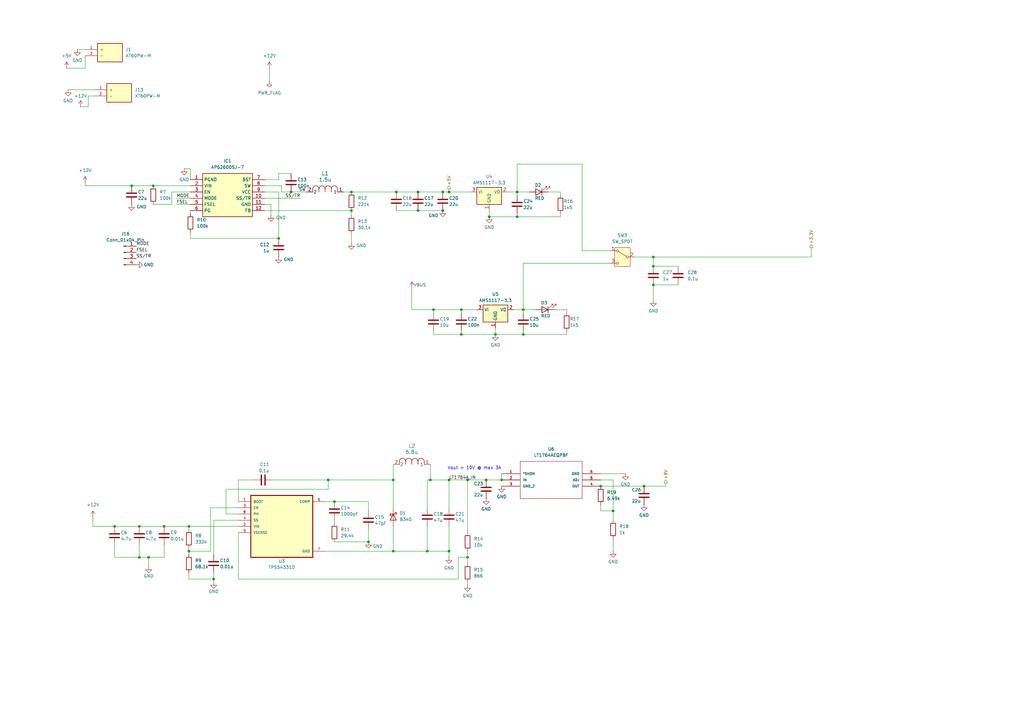
<source format=kicad_sch>
(kicad_sch (version 20250114) (generator "eeschema") (generator_version "9.0")
  (paper "A3")
  (lib_symbols
    (symbol "+3.3V_1" (power) (pin_numbers (hide yes)) (pin_names (offset 0) (hide yes))
      (property "Value" "+3.3V" (at 0 3.556 0))
      (symbol "+3.3V_1_0_1"
        (polyline (pts (xy -0.762 1.27) (xy 0 2.54)))
        (polyline (pts (xy 0 2.54) (xy 0.762 1.27)))
        (polyline (pts (xy 0 0) (xy 0 2.54)))
      )
      (symbol "+3.3V_1_1_1"
        (pin power_in line (at 0 0 90) (length 0) (name "~") (number "1"))
      )
    )
    (symbol "AP62600SJ-7:AP62600SJ-7"
      (property "Reference" "IC" (at 26.67 7.62 0))
      (property "Value" "AP62600SJ-7" (at 26.67 5.08 0))
      (symbol "AP62600SJ-7_1_1"
        (rectangle (start 5.08 2.54) (end 25.4 -15.24) (stroke (width 0.254)) (fill (type background)))
        (pin passive line (at 0 0 0) (length 5.08) (name "PGND") (number "1"))
        (pin passive line (at 0 -2.54 0) (length 5.08) (name "VIN") (number "2"))
        (pin passive line (at 0 -5.08 0) (length 5.08) (name "EN") (number "3"))
        (pin passive line (at 0 -7.62 0) (length 5.08) (name "MODE") (number "4"))
        (pin passive line (at 0 -10.16 0) (length 5.08) (name "FSEL") (number "5"))
        (pin passive line (at 0 -12.7 0) (length 5.08) (name "PG") (number "6"))
        (pin passive line (at 30.48 0 180) (length 5.08) (name "BST") (number "7"))
        (pin passive line (at 30.48 -2.54 180) (length 5.08) (name "SW") (number "8"))
        (pin passive line (at 30.48 -5.08 180) (length 5.08) (name "VCC") (number "9"))
        (pin passive line (at 30.48 -7.62 180) (length 5.08) (name "SS/TR") (number "10"))
        (pin passive line (at 30.48 -10.16 180) (length 5.08) (name "GND") (number "11"))
        (pin passive line (at 30.48 -12.7 180) (length 5.08) (name "FB") (number "12"))
      )
    )
    (symbol "Connector:Conn_01x04_Pin" (pin_names (offset 1.016) (hide yes))
      (property "Reference" "J" (at 0 5.08 0))
      (property "Value" "Conn_01x04_Pin" (at 0 -7.62 0))
      (symbol "Conn_01x04_Pin_1_1"
        (rectangle (start 0.8636 2.667) (end 0 2.413) (stroke (width 0.1524)) (fill (type outline)))
        (rectangle (start 0.8636 0.127) (end 0 -0.127) (stroke (width 0.1524)) (fill (type outline)))
        (rectangle (start 0.8636 -2.413) (end 0 -2.667) (stroke (width 0.1524)) (fill (type outline)))
        (rectangle (start 0.8636 -4.953) (end 0 -5.207) (stroke (width 0.1524)) (fill (type outline)))
        (polyline (pts (xy 1.27 2.54) (xy 0.8636 2.54)) (stroke (width 0.1524)))
        (polyline (pts (xy 1.27 0) (xy 0.8636 0)) (stroke (width 0.1524)))
        (polyline (pts (xy 1.27 -2.54) (xy 0.8636 -2.54)) (stroke (width 0.1524)))
        (polyline (pts (xy 1.27 -5.08) (xy 0.8636 -5.08)) (stroke (width 0.1524)))
        (pin passive line (at 5.08 2.54 180) (length 3.81) (name "Pin_1") (number "1"))
        (pin passive line (at 5.08 0 180) (length 3.81) (name "Pin_2") (number "2"))
        (pin passive line (at 5.08 -2.54 180) (length 3.81) (name "Pin_3") (number "3"))
        (pin passive line (at 5.08 -5.08 180) (length 3.81) (name "Pin_4") (number "4"))
      )
    )
    (symbol "Device:C" (pin_numbers (hide yes)) (pin_names (offset 0.254))
      (property "Reference" "C" (at 0.635 2.54 0))
      (property "Value" "C" (at 0.635 -2.54 0))
      (symbol "C_0_1"
        (polyline (pts (xy -2.032 0.762) (xy 2.032 0.762)) (stroke (width 0.508)))
        (polyline (pts (xy -2.032 -0.762) (xy 2.032 -0.762)) (stroke (width 0.508)))
      )
      (symbol "C_1_1"
        (pin passive line (at 0 3.81 270) (length 2.794) (name "~") (number "1"))
        (pin passive line (at 0 -3.81 90) (length 2.794) (name "~") (number "2"))
      )
    )
    (symbol "Device:R" (pin_numbers (hide yes)) (pin_names (offset 0))
      (property "Reference" "R" (at 2.032 0 90))
      (property "Value" "R" (at 0 0 90))
      (symbol "R_0_1"
        (rectangle (start -1.016 -2.54) (end 1.016 2.54) (stroke (width 0.254)))
      )
      (symbol "R_1_1"
        (pin passive line (at 0 3.81 270) (length 1.27) (name "~") (number "1"))
        (pin passive line (at 0 -3.81 90) (length 1.27) (name "~") (number "2"))
      )
    )
    (symbol "Diode:B340" (pin_numbers (hide yes)) (pin_names (offset 1.016) (hide yes))
      (property "Reference" "D" (at 0 2.54 0))
      (property "Value" "B340" (at 0 -2.54 0))
      (symbol "B340_0_1"
        (polyline (pts (xy -1.905 0.635) (xy -1.905 1.27) (xy -1.27 1.27) (xy -1.27 -1.27) (xy -0.635 -1.27) (xy -0.635 -0.635)) (stroke (width 0.254)))
        (polyline (pts (xy 1.27 1.27) (xy 1.27 -1.27) (xy -1.27 0) (xy 1.27 1.27)) (stroke (width 0.254)))
        (polyline (pts (xy 1.27 0) (xy -1.27 0)))
      )
      (symbol "B340_1_1"
        (pin passive line (at -3.81 0 0) (length 2.54) (name "K") (number "1"))
        (pin passive line (at 3.81 0 180) (length 2.54) (name "A") (number "2"))
      )
    )
    (symbol "GND_2" (power) (pin_numbers (hide yes)) (pin_names (offset 0) (hide yes))
      (property "Value" "GND" (at 0 -3.81 0))
      (symbol "GND_2_0_1"
        (polyline (pts (xy 0 0) (xy 0 -1.27) (xy 1.27 -1.27) (xy 0 -2.54) (xy -1.27 -1.27) (xy 0 -1.27)))
      )
      (symbol "GND_2_1_1"
        (pin power_in line (at 0 0 270) (length 0) (name "~") (number "1"))
      )
    )
    (symbol "GND_3" (power) (pin_numbers (hide yes)) (pin_names (offset 0) (hide yes))
      (property "Value" "GND" (at 0 -3.81 0))
      (symbol "GND_3_0_1"
        (polyline (pts (xy 0 0) (xy 0 -1.27) (xy 1.27 -1.27) (xy 0 -2.54) (xy -1.27 -1.27) (xy 0 -1.27)))
      )
      (symbol "GND_3_1_1"
        (pin power_in line (at 0 0 270) (length 0) (name "~") (number "1"))
      )
    )
    (symbol "GND_4" (power) (pin_numbers (hide yes)) (pin_names (offset 0) (hide yes))
      (property "Value" "GND" (at 0 -3.81 0))
      (symbol "GND_4_0_1"
        (polyline (pts (xy 0 0) (xy 0 -1.27) (xy 1.27 -1.27) (xy 0 -2.54) (xy -1.27 -1.27) (xy 0 -1.27)))
      )
      (symbol "GND_4_1_1"
        (pin power_in line (at 0 0 270) (length 0) (name "~") (number "1"))
      )
    )
    (symbol "LED_1" (pin_numbers (hide yes)) (pin_names (offset 1.016) (hide yes))
      (property "Reference" "D" (at 0 2.54 0))
      (property "Value" "LED" (at 0 -2.54 0))
      (symbol "LED_1_0_1"
        (polyline (pts (xy -3.048 -0.762) (xy -4.572 -2.286) (xy -3.81 -2.286) (xy -4.572 -2.286) (xy -4.572 -1.524)))
        (polyline (pts (xy -1.778 -0.762) (xy -3.302 -2.286) (xy -2.54 -2.286) (xy -3.302 -2.286) (xy -3.302 -1.524)))
        (polyline (pts (xy -1.27 0) (xy 1.27 0)))
        (polyline (pts (xy -1.27 -1.27) (xy -1.27 1.27)) (stroke (width 0.254)))
        (polyline (pts (xy 1.27 -1.27) (xy 1.27 1.27) (xy -1.27 0) (xy 1.27 -1.27)) (stroke (width 0.254)))
      )
      (symbol "LED_1_1_1"
        (pin passive line (at -3.81 0 0) (length 2.54) (name "K") (number "1"))
        (pin passive line (at 3.81 0 180) (length 2.54) (name "A") (number "2"))
      )
    )
    (symbol "LT1764AEQPBF:LT1764AEQPBF" (pin_names (offset 1.016))
      (property "Reference" "U" (at 15.5956 9.1186 0))
      (property "Value" "LT1764AEQPBF" (at 14.9606 6.5786 0))
      (symbol "LT1764AEQPBF_0_0"
        (polyline (pts (xy 7.62 5.08) (xy 7.62 -10.16)) (stroke (width 0.1524)))
        (polyline (pts (xy 7.62 -10.16) (xy 33.02 -10.16)) (stroke (width 0.1524)))
        (polyline (pts (xy 33.02 5.08) (xy 7.62 5.08)) (stroke (width 0.1524)))
        (polyline (pts (xy 33.02 -10.16) (xy 33.02 5.08)) (stroke (width 0.1524)))
        (pin passive line (at 0 0 0) (length 7.62) (name "*SHDN") (number "1"))
        (pin input line (at 0 -2.54 0) (length 7.62) (name "IN") (number "2"))
        (pin power_in line (at 0 -5.08 0) (length 7.62) (name "GND_2") (number "3"))
        (pin power_in line (at 40.64 0 180) (length 7.62) (name "GND") (number "6"))
        (pin passive line (at 40.64 -2.54 180) (length 7.62) (name "ADJ") (number "5"))
        (pin output line (at 40.64 -5.08 180) (length 7.62) (name "OUT") (number "4"))
      )
    )
    (symbol "Regulator_Linear:AMS1117-3.3"
      (property "Reference" "U" (at -3.81 3.175 0))
      (property "Value" "AMS1117-3.3" (at 0 3.175 0))
      (symbol "AMS1117-3.3_0_1"
        (rectangle (start -5.08 -5.08) (end 5.08 1.905) (stroke (width 0.254)) (fill (type background)))
      )
      (symbol "AMS1117-3.3_1_1"
        (pin power_in line (at -7.62 0 0) (length 2.54) (name "VI") (number "3"))
        (pin power_in line (at 0 -7.62 90) (length 2.54) (name "GND") (number "1"))
        (pin power_out line (at 7.62 0 180) (length 2.54) (name "VO") (number "2"))
      )
    )
    (symbol "SW_SPDT_1" (pin_names (offset 0) (hide yes))
      (property "Reference" "SW" (at 0 5.08 0))
      (property "Value" "SW_SPDT" (at 0 -5.08 0))
      (symbol "SW_SPDT_1_0_1"
        (circle (center -2.032 0) (radius 0.4572))
        (polyline (pts (xy -1.651 0.254) (xy 1.651 2.286)))
        (circle (center 2.032 2.54) (radius 0.4572))
        (circle (center 2.032 -2.54) (radius 0.4572))
      )
      (symbol "SW_SPDT_1_1_1"
        (rectangle (start -3.175 3.81) (end 3.175 -3.81) (fill (type background)))
        (pin passive line (at -5.08 0 0) (length 2.54) (name "B") (number "2"))
        (pin passive line (at 5.08 2.54 180) (length 2.54) (name "A") (number "1"))
        (pin passive line (at 5.08 -2.54 180) (length 2.54) (name "C") (number "3"))
      )
    )
    (symbol "XT60PW-M:XT60PW-M" (pin_names (offset 1.016))
      (property "Reference" "J" (at -5.08 5.7234 0))
      (property "Value" "XT60PW-M" (at -5.08 -5.0923 0))
      (symbol "XT60PW-M_0_0"
        (rectangle (start -5.08 -2.54) (end 5.08 5.08) (stroke (width 0.254)) (fill (type background)))
        (pin passive line (at -10.16 2.54 0) (length 5.08) (name "+") (number "1"))
        (pin passive line (at -10.16 0 0) (length 5.08) (name "-") (number "2"))
      )
    )
    (symbol "mdp_symbols:CDRH103RNP-6R8NC-B" (pin_names (offset 0.254))
      (property "Reference" "L" (at 6.985 5.08 0))
      (property "Value" "CDRH103RNP-6R8NC-B" (at 6.985 -2.54 0))
      (symbol "CDRH103RNP-6R8NC-B_1_1"
        (polyline (pts (xy 2.54 0) (xy 2.54 1.27)) (stroke (width 0.2032)))
        (arc (start 2.54 1.27) (mid 3.81 2.5344) (end 5.08 1.27) (stroke (width 0.2032)))
        (polyline (pts (xy 5.08 0) (xy 5.08 1.27)) (stroke (width 0.2032)))
        (arc (start 5.08 1.27) (mid 6.35 2.5344) (end 7.62 1.27) (stroke (width 0.2032)))
        (polyline (pts (xy 7.62 0) (xy 7.62 1.27)) (stroke (width 0.2032)))
        (arc (start 7.62 1.27) (mid 8.89 2.5344) (end 10.16 1.27) (stroke (width 0.2032)))
        (polyline (pts (xy 10.16 0) (xy 10.16 1.27)) (stroke (width 0.2032)))
        (arc (start 10.16 1.27) (mid 11.43 2.5344) (end 12.7 1.27) (stroke (width 0.2032)))
        (polyline (pts (xy 12.7 0) (xy 12.7 1.27)) (stroke (width 0.2032)))
        (pin unspecified line (at 0 0 0) (length 2.54) (name "2") (number "2"))
        (pin unspecified line (at 15.24 0 180) (length 2.54) (name "1") (number "1"))
      )
      (symbol "CDRH103RNP-6R8NC-B_1_2"
        (arc (start -1.27 10.16) (mid -2.5344 11.43) (end -1.27 12.7) (stroke (width 0.2032)))
        (arc (start -1.27 7.62) (mid -2.5344 8.89) (end -1.27 10.16) (stroke (width 0.2032)))
        (arc (start -1.27 5.08) (mid -2.5344 6.35) (end -1.27 7.62) (stroke (width 0.2032)))
        (arc (start -1.27 2.54) (mid -2.5344 3.81) (end -1.27 5.08) (stroke (width 0.2032)))
        (polyline (pts (xy 0 12.7) (xy -1.27 12.7)) (stroke (width 0.2032)))
        (polyline (pts (xy 0 10.16) (xy -1.27 10.16)) (stroke (width 0.2032)))
        (polyline (pts (xy 0 7.62) (xy -1.27 7.62)) (stroke (width 0.2032)))
        (polyline (pts (xy 0 5.08) (xy -1.27 5.08)) (stroke (width 0.2032)))
        (polyline (pts (xy 0 2.54) (xy -1.27 2.54)) (stroke (width 0.2032)))
        (pin unspecified line (at 0 15.24 270) (length 2.54) (name "1") (number "1"))
        (pin unspecified line (at 0 0 90) (length 2.54) (name "2") (number "2"))
      )
    )
    (symbol "mdp_symbols:TPS54331D" (pin_names (offset 1.016))
      (property "Reference" "U" (at -12.7 13.7 0))
      (property "Value" "TPS54331D" (at -12.7 -16.7 0))
      (symbol "TPS54331D_0_0"
        (rectangle (start -12.7 -12.7) (end 12.7 12.7) (stroke (width 0.41)) (fill (type background)))
        (pin input line (at -17.78 10.16 0) (length 5.08) (name "BOOT") (number "1"))
        (pin input line (at -17.78 7.62 0) (length 5.08) (name "EN") (number "3"))
        (pin input line (at -17.78 5.08 0) (length 5.08) (name "PH") (number "8"))
        (pin input line (at -17.78 2.54 0) (length 5.08) (name "SS") (number "4"))
        (pin input line (at -17.78 0 0) (length 5.08) (name "VIN") (number "2"))
        (pin input line (at -17.78 -2.54 0) (length 5.08) (name "VSENSE") (number "5"))
        (pin output line (at 17.78 10.16 180) (length 5.08) (name "COMP") (number "6"))
        (pin power_in line (at 17.78 -10.16 180) (length 5.08) (name "GND") (number "7"))
      )
    )
    (symbol "power:+12V" (power) (pin_numbers (hide yes)) (pin_names (offset 0) (hide yes))
      (property "Value" "+12V" (at 0 3.556 0))
      (symbol "+12V_0_1"
        (polyline (pts (xy -0.762 1.27) (xy 0 2.54)))
        (polyline (pts (xy 0 2.54) (xy 0.762 1.27)))
        (polyline (pts (xy 0 0) (xy 0 2.54)))
      )
      (symbol "+12V_1_1"
        (pin power_in line (at 0 0 90) (length 0) (name "~") (number "1"))
      )
    )
    (symbol "power:PWR_FLAG" (power) (pin_numbers (hide yes)) (pin_names (offset 0) (hide yes))
      (property "Value" "PWR_FLAG" (at 0 3.81 0))
      (symbol "PWR_FLAG_0_0"
        (pin power_out line (at 0 0 90) (length 0) (name "pwr") (number "1"))
      )
      (symbol "PWR_FLAG_0_1"
        (polyline (pts (xy 0 0) (xy 0 1.27) (xy -1.016 1.905) (xy 0 2.54) (xy 1.016 1.905) (xy 0 1.27)))
      )
    )
    (symbol "power:VBUS" (power) (pin_numbers (hide yes)) (pin_names (offset 0) (hide yes))
      (property "Value" "VBUS" (at 0 3.556 0))
      (symbol "VBUS_0_1"
        (polyline (pts (xy -0.762 1.27) (xy 0 2.54)))
        (polyline (pts (xy 0 2.54) (xy 0.762 1.27)))
        (polyline (pts (xy 0 0) (xy 0 2.54)))
      )
      (symbol "VBUS_1_1"
        (pin power_in line (at 0 0 90) (length 0) (name "~") (number "1"))
      )
    )
  )
  (text "Vout = 10V @ max 3A" (at 194.564 192.024 0) (effects (font (size 1.27 1.27))))
  (junction (at 87.63 237.49))
  (junction (at 205.74 196.85))
  (junction (at 267.97 109.22))
  (junction (at 267.97 116.84))
  (junction (at 77.47 215.9))
  (junction (at 191.77 228.6))
  (junction (at 162.56 78.74))
  (junction (at 214.63 127))
  (junction (at 177.8 127))
  (junction (at 200.66 88.9))
  (junction (at 251.46 209.55))
  (junction (at 212.09 78.74))
  (junction (at 181.61 86.36))
  (junction (at 199.39 196.85))
  (junction (at 171.45 86.36))
  (junction (at 144.145 86.36))
  (junction (at 181.61 78.74))
  (junction (at 46.99 215.9))
  (junction (at 114.3 97.79))
  (junction (at 191.77 196.85))
  (junction (at 161.29 196.85))
  (junction (at 176.53 196.85))
  (junction (at 189.23 137.16))
  (junction (at 189.23 127))
  (junction (at 77.47 226.06))
  (junction (at 62.865 76.2))
  (junction (at 151.13 222.25))
  (junction (at 212.09 88.9))
  (junction (at 119.38 78.74))
  (junction (at 53.975 76.2))
  (junction (at 267.97 105.41))
  (junction (at 184.15 78.74))
  (junction (at 57.15 215.9))
  (junction (at 60.96 228.6))
  (junction (at 214.63 137.16))
  (junction (at 203.2 137.16))
  (junction (at 67.31 215.9))
  (junction (at 144.145 78.74))
  (junction (at 175.26 226.06))
  (junction (at 137.16 205.74))
  (junction (at 171.45 78.74))
  (junction (at 184.15 196.85))
  (junction (at 161.29 226.06))
  (junction (at 134.62 196.85))
  (junction (at 264.16 199.39))
  (junction (at 57.15 228.6))
  (junction (at 184.15 226.06))
  (junction (at 246.38 199.39))
  (wire (pts (xy 151.13 205.74) (xy 137.16 205.74)))
  (wire (pts (xy 162.56 86.36) (xy 171.45 86.36)))
  (wire (pts (xy 53.975 76.2) (xy 62.865 76.2)))
  (wire (pts (xy 75.565 69.215) (xy 78.105 69.215)))
  (wire (pts (xy 60.96 228.6) (xy 67.31 228.6)))
  (wire (pts (xy 78.105 97.79) (xy 114.3 97.79)))
  (wire (pts (xy 189.23 137.16) (xy 203.2 137.16)))
  (wire (pts (xy 72.39 81.28) (xy 78.105 81.28)))
  (wire (pts (xy 108.585 81.28) (xy 123.19 81.28)))
  (wire (pts (xy 78.105 95.25) (xy 78.105 97.79)))
  (wire (pts (xy 191.77 196.85) (xy 199.39 196.85)))
  (wire (pts (xy 200.66 86.36) (xy 200.66 88.9)))
  (wire (pts (xy 34.925 27.94) (xy 27.305 27.94)))
  (wire (pts (xy 267.97 105.41) (xy 267.97 109.22)))
  (wire (pts (xy 214.63 137.16) (xy 203.2 137.16)))
  (wire (pts (xy 144.145 86.36) (xy 144.145 88.265)))
  (wire (pts (xy 110.49 33.02) (xy 110.49 27.94)))
  (wire (pts (xy 332.74 101.6) (xy 332.74 105.41)))
  (wire (pts (xy 111.125 83.82) (xy 111.125 88.265)))
  (wire (pts (xy 267.97 116.84) (xy 278.13 116.84)))
  (wire (pts (xy 214.63 127) (xy 214.63 107.95)))
  (wire (pts (xy 175.26 226.06) (xy 184.15 226.06)))
  (wire (pts (xy 137.16 222.25) (xy 151.13 222.25)))
  (wire (pts (xy 184.15 78.74) (xy 193.04 78.74)))
  (wire (pts (xy 184.15 208.28) (xy 184.15 196.85)))
  (wire (pts (xy 189.23 135.89) (xy 189.23 137.16)))
  (wire (pts (xy 203.2 134.62) (xy 203.2 137.16)))
  (wire (pts (xy 177.8 135.89) (xy 177.8 137.16)))
  (wire (pts (xy 97.79 205.74) (xy 97.79 196.85)))
  (wire (pts (xy 46.99 228.6) (xy 57.15 228.6)))
  (wire (pts (xy 246.38 196.85) (xy 251.46 196.85)))
  (wire (pts (xy 115.57 76.2) (xy 115.57 78.74)))
  (wire (pts (xy 177.8 137.16) (xy 189.23 137.16)))
  (wire (pts (xy 161.29 208.28) (xy 161.29 196.85)))
  (wire (pts (xy 133.35 226.06) (xy 161.29 226.06)))
  (wire (pts (xy 77.47 215.9) (xy 97.79 215.9)))
  (wire (pts (xy 60.96 228.6) (xy 60.96 232.41)))
  (wire (pts (xy 77.47 217.17) (xy 77.47 215.9)))
  (wire (pts (xy 108.585 76.2) (xy 115.57 76.2)))
  (wire (pts (xy 77.47 224.79) (xy 77.47 226.06)))
  (wire (pts (xy 114.3 71.12) (xy 119.38 71.12)))
  (wire (pts (xy 38.1 215.9) (xy 46.99 215.9)))
  (wire (pts (xy 176.53 190.5) (xy 176.53 196.85)))
  (wire (pts (xy 238.76 67.31) (xy 238.76 102.87)))
  (wire (pts (xy 267.97 116.84) (xy 267.97 123.19)))
  (wire (pts (xy 177.8 127) (xy 189.23 127)))
  (wire (pts (xy 137.16 213.36) (xy 137.16 214.63)))
  (wire (pts (xy 38.1 212.09) (xy 38.1 215.9)))
  (wire (pts (xy 208.28 78.74) (xy 212.09 78.74)))
  (wire (pts (xy 87.63 237.49) (xy 87.63 238.76)))
  (wire (pts (xy 177.8 127) (xy 177.8 128.27)))
  (wire (pts (xy 212.09 88.9) (xy 200.66 88.9)))
  (wire (pts (xy 97.79 218.44) (xy 97.79 237.49)))
  (wire (pts (xy 57.15 228.6) (xy 60.96 228.6)))
  (wire (pts (xy 125.73 78.74) (xy 119.38 78.74)))
  (wire (pts (xy 214.63 107.95) (xy 250.19 107.95)))
  (wire (pts (xy 246.38 194.31) (xy 256.54 194.31)))
  (wire (pts (xy 191.77 226.06) (xy 191.77 228.6)))
  (wire (pts (xy 38.735 39.37) (xy 36.195 39.37)))
  (wire (pts (xy 78.105 86.36) (xy 78.105 87.63)))
  (wire (pts (xy 31.75 20.32) (xy 34.925 20.32)))
  (wire (pts (xy 212.09 78.74) (xy 212.09 67.31)))
  (wire (pts (xy 191.77 228.6) (xy 191.77 231.14)))
  (wire (pts (xy 34.925 74.93) (xy 34.925 76.2)))
  (wire (pts (xy 151.13 217.17) (xy 151.13 222.25)))
  (wire (pts (xy 229.87 78.74) (xy 229.87 80.01)))
  (wire (pts (xy 97.79 196.85) (xy 104.14 196.85)))
  (wire (pts (xy 227.33 127) (xy 232.41 127)))
  (wire (pts (xy 111.76 196.85) (xy 134.62 196.85)))
  (wire (pts (xy 212.09 87.63) (xy 212.09 88.9)))
  (wire (pts (xy 57.15 223.52) (xy 57.15 228.6)))
  (wire (pts (xy 246.38 207.01) (xy 246.38 209.55)))
  (wire (pts (xy 108.585 73.66) (xy 114.3 73.66)))
  (wire (pts (xy 70.485 78.74) (xy 70.485 83.82)))
  (wire (pts (xy 191.77 196.85) (xy 184.15 196.85)))
  (wire (pts (xy 171.45 86.36) (xy 181.61 86.36)))
  (wire (pts (xy 246.38 199.39) (xy 264.16 199.39)))
  (wire (pts (xy 224.79 78.74) (xy 229.87 78.74)))
  (wire (pts (xy 34.925 22.86) (xy 34.925 27.94)))
  (wire (pts (xy 97.79 213.36) (xy 87.63 213.36)))
  (wire (pts (xy 267.97 105.41) (xy 332.74 105.41)))
  (wire (pts (xy 229.87 87.63) (xy 229.87 88.9)))
  (wire (pts (xy 92.71 210.82) (xy 92.71 200.66)))
  (wire (pts (xy 115.57 78.74) (xy 119.38 78.74)))
  (wire (pts (xy 33.02 43.815) (xy 36.195 43.815)))
  (wire (pts (xy 199.39 196.85) (xy 205.74 196.85)))
  (wire (pts (xy 189.23 127) (xy 195.58 127)))
  (wire (pts (xy 86.36 208.28) (xy 86.36 226.06)))
  (wire (pts (xy 108.585 86.36) (xy 144.145 86.36)))
  (wire (pts (xy 251.46 220.98) (xy 251.46 226.06)))
  (wire (pts (xy 97.79 237.49) (xy 187.96 237.49)))
  (wire (pts (xy 78.105 78.74) (xy 70.485 78.74)))
  (wire (pts (xy 205.74 194.31) (xy 205.74 196.85)))
  (wire (pts (xy 175.26 196.85) (xy 176.53 196.85)))
  (wire (pts (xy 134.62 196.85) (xy 134.62 200.66)))
  (wire (pts (xy 70.485 83.82) (xy 62.865 83.82)))
  (wire (pts (xy 77.47 226.06) (xy 86.36 226.06)))
  (wire (pts (xy 273.05 199.39) (xy 273.05 198.12)))
  (wire (pts (xy 175.26 196.85) (xy 175.26 208.28)))
  (wire (pts (xy 184.15 78.74) (xy 184.15 77.47)))
  (wire (pts (xy 134.62 196.85) (xy 161.29 196.85)))
  (wire (pts (xy 191.77 238.76) (xy 191.77 240.03)))
  (wire (pts (xy 36.195 39.37) (xy 36.195 43.815)))
  (wire (pts (xy 114.3 97.79) (xy 114.3 78.74)))
  (wire (pts (xy 108.585 83.82) (xy 111.125 83.82)))
  (wire (pts (xy 78.105 73.66) (xy 78.105 69.215)))
  (wire (pts (xy 264.16 199.39) (xy 273.05 199.39)))
  (wire (pts (xy 151.13 209.55) (xy 151.13 205.74)))
  (wire (pts (xy 267.97 109.22) (xy 278.13 109.22)))
  (wire (pts (xy 161.29 215.9) (xy 161.29 226.06)))
  (wire (pts (xy 181.61 78.74) (xy 184.15 78.74)))
  (wire (pts (xy 34.925 76.2) (xy 53.975 76.2)))
  (wire (pts (xy 77.47 226.06) (xy 77.47 227.33)))
  (wire (pts (xy 67.31 215.9) (xy 77.47 215.9)))
  (wire (pts (xy 46.99 223.52) (xy 46.99 228.6)))
  (wire (pts (xy 86.36 208.28) (xy 97.79 208.28)))
  (wire (pts (xy 176.53 196.85) (xy 184.15 196.85)))
  (wire (pts (xy 191.77 218.44) (xy 191.77 196.85)))
  (wire (pts (xy 46.99 215.9) (xy 57.15 215.9)))
  (wire (pts (xy 175.26 215.9) (xy 175.26 226.06)))
  (wire (pts (xy 114.3 73.66) (xy 114.3 71.12)))
  (wire (pts (xy 214.63 135.89) (xy 214.63 137.16)))
  (wire (pts (xy 162.56 78.74) (xy 171.45 78.74)))
  (wire (pts (xy 77.47 237.49) (xy 87.63 237.49)))
  (wire (pts (xy 77.47 234.95) (xy 77.47 237.49)))
  (wire (pts (xy 184.15 226.06) (xy 184.15 228.6)))
  (wire (pts (xy 214.63 137.16) (xy 232.41 137.16)))
  (wire (pts (xy 214.63 127) (xy 219.71 127)))
  (wire (pts (xy 171.45 78.74) (xy 181.61 78.74)))
  (wire (pts (xy 251.46 209.55) (xy 251.46 213.36)))
  (wire (pts (xy 140.97 78.74) (xy 144.145 78.74)))
  (wire (pts (xy 97.79 210.82) (xy 92.71 210.82)))
  (wire (pts (xy 210.82 127) (xy 214.63 127)))
  (wire (pts (xy 251.46 196.85) (xy 251.46 209.55)))
  (wire (pts (xy 168.91 127) (xy 177.8 127)))
  (wire (pts (xy 168.91 118.11) (xy 168.91 127)))
  (wire (pts (xy 87.63 213.36) (xy 87.63 227.33)))
  (wire (pts (xy 184.15 215.9) (xy 184.15 226.06)))
  (wire (pts (xy 92.71 200.66) (xy 134.62 200.66)))
  (wire (pts (xy 57.15 215.9) (xy 67.31 215.9)))
  (wire (pts (xy 144.145 95.885) (xy 144.145 99.695)))
  (wire (pts (xy 144.145 78.74) (xy 162.56 78.74)))
  (wire (pts (xy 62.865 76.2) (xy 78.105 76.2)))
  (wire (pts (xy 187.96 237.49) (xy 187.96 228.6)))
  (wire (pts (xy 212.09 88.9) (xy 229.87 88.9)))
  (wire (pts (xy 114.3 78.74) (xy 108.585 78.74)))
  (wire (pts (xy 87.63 234.95) (xy 87.63 237.49)))
  (wire (pts (xy 260.35 105.41) (xy 267.97 105.41)))
  (wire (pts (xy 72.39 83.82) (xy 78.105 83.82)))
  (wire (pts (xy 161.29 226.06) (xy 175.26 226.06)))
  (wire (pts (xy 133.35 205.74) (xy 137.16 205.74)))
  (wire (pts (xy 161.29 190.5) (xy 161.29 196.85)))
  (wire (pts (xy 212.09 67.31) (xy 238.76 67.31)))
  (wire (pts (xy 27.94 36.83) (xy 38.735 36.83)))
  (wire (pts (xy 212.09 78.74) (xy 217.17 78.74)))
  (wire (pts (xy 187.96 228.6) (xy 191.77 228.6)))
  (wire (pts (xy 189.23 127) (xy 189.23 128.27)))
  (wire (pts (xy 246.38 209.55) (xy 251.46 209.55)))
  (wire (pts (xy 67.31 228.6) (xy 67.31 223.52)))
  (wire (pts (xy 214.63 127) (xy 214.63 128.27)))
  (wire (pts (xy 232.41 135.89) (xy 232.41 137.16)))
  (wire (pts (xy 238.76 102.87) (xy 250.19 102.87)))
  (wire (pts (xy 212.09 78.74) (xy 212.09 80.01)))
  (wire (pts (xy 232.41 127) (xy 232.41 128.27)))
  (label "MODE" (at 55.88 100.965 0))
  (label "FSEL" (at 72.39 83.82 0))
  (label "SS{slash}TR" (at 123.19 81.28 180))
  (label "SW" (at 122.555 78.74 0))
  (label "FSEL" (at 55.88 103.505 0))
  (label "LT1764A_IN" (at 184.15 196.85 0))
  (label "MODE" (at 72.39 81.28 0))
  (label "SS{slash}TR" (at 55.88 106.045 0))
  (hierarchical_label "+9V" (shape output) (at 273.05 198.12 90))
  (hierarchical_label "+5V" (shape output) (at 184.15 77.47 90))
  (hierarchical_label "+3.3V" (shape output) (at 332.74 101.6 90))
  (symbol (lib_name "GND_4") (lib_id "power:GND") (at 184.15 228.6 0) (unit 1)
    (property "Reference" "#PWR066" (effects (hide yes)))
    (property "Value" "GND" (at 184.15 232.918 0))
    (property "Description" "Power symbol creates a global label with name \"GND\" , ground" (effects (hide yes)))
  )
  (symbol (lib_id "Device:R") (at 232.41 132.08 0) (unit 1)
    (property "Reference" "R17" (at 233.68 130.81 0) (effects (justify left)))
    (property "Value" "1k5" (at 233.68 133.35 0) (effects (justify left)))
    (property "Footprint" "Resistor_SMD:R_0603_1608Metric" (effects (hide yes)))
  )
  (symbol (lib_id "Device:R") (at 144.145 82.55 0) (unit 1)
    (property "Reference" "R12" (at 146.685 81.2799 0) (effects (justify left)))
    (property "Value" "221k" (at 146.685 83.8199 0) (effects (justify left)))
    (property "Footprint" "Resistor_SMD:R_0603_1608Metric" (effects (hide yes)))
  )
  (symbol (lib_id "Device:C") (at 67.31 219.71 0) (unit 1)
    (property "Reference" "C9" (at 69.85 218.44 0) (effects (justify left)))
    (property "Value" "0.01u" (at 69.85 220.98 0) (effects (justify left)))
    (property "Footprint" "Capacitor_SMD:C_0603_1608Metric" (effects (hide yes)))
  )
  (symbol (lib_id "Device:C") (at 46.99 219.71 0) (unit 1)
    (property "Reference" "C6" (at 49.53 218.44 0) (effects (justify left)))
    (property "Value" "4.7u" (at 49.53 220.98 0) (effects (justify left)))
    (property "Footprint" "Capacitor_SMD:C_0805_2012Metric" (effects (hide yes)))
  )
  (symbol (lib_id "Device:C") (at 278.13 113.03 0) (unit 1)
    (property "Reference" "C28" (at 281.94 111.7599 0) (effects (justify left)))
    (property "Value" "0.1u" (at 281.94 114.2999 0) (effects (justify left)))
    (property "Footprint" "Capacitor_SMD:C_0603_1608Metric" (effects (hide yes)))
    (property "Description" "Unpolarized capacitor" (effects (hide yes)))
  )
  (symbol (lib_id "Device:C") (at 107.95 196.85 90) (unit 1)
    (property "Reference" "C11" (at 110.49 190.5 90) (effects (justify left)))
    (property "Value" "0.1u" (at 110.49 193.04 90) (effects (justify left)))
    (property "Footprint" "Capacitor_SMD:C_0603_1608Metric" (effects (hide yes)))
  )
  (symbol (lib_id "Device:C") (at 184.15 212.09 0) (unit 1)
    (property "Reference" "C21" (at 186.69 210.82 0) (effects (justify left)))
    (property "Value" "47u" (at 186.69 213.36 0) (effects (justify left)))
    (property "Footprint" "Capacitor_SMD:C_1210_3225Metric" (effects (hide yes)))
  )
  (symbol (lib_id "mdp_symbols:CDRH103RNP-6R8NC-B") (at 161.29 190.5 0) (unit 1)
    (property "Reference" "L2" (at 168.91 182.88 0) (effects (font (size 1.524 1.524))))
    (property "Value" "6.8u" (at 168.91 185.42 0) (effects (font (size 1.524 1.524))))
    (property "Footprint" "Inductor_SMD:L_Bourns_SRP6060FA" (effects (hide yes)))
    (property "Datasheet" "CDRH103RNP-6R8NC-B" (effects (hide yes)))
  )
  (symbol (lib_name "GND_3") (lib_id "power:GND") (at 114.3 105.41 0) (unit 1)
    (property "Reference" "#PWR061" (effects (hide yes)))
    (property "Value" "GND" (at 118.364 106.426 0))
    (property "Description" "Power symbol creates a global label with name \"GND\" , ground" (effects (hide yes)))
  )
  (symbol (lib_id "Device:C") (at 119.38 74.93 0) (unit 1)
    (property "Reference" "C13" (at 121.92 73.66 0) (effects (justify left)))
    (property "Value" "100n" (at 121.92 76.2 0) (effects (justify left)))
    (property "Footprint" "Capacitor_SMD:C_0805_2012Metric" (effects (hide yes)))
  )
  (symbol (lib_name "GND_4") (lib_id "power:GND") (at 199.39 204.47 0) (unit 1)
    (property "Reference" "#PWR068" (effects (hide yes)))
    (property "Value" "GND" (at 199.39 208.788 0))
    (property "Description" "Power symbol creates a global label with name \"GND\" , ground" (effects (hide yes)))
  )
  (symbol (lib_id "Device:C") (at 212.09 83.82 0) (unit 1)
    (property "Reference" "C24" (at 214.63 82.55 0) (effects (justify left)))
    (property "Value" "22u" (at 214.63 85.09 0) (effects (justify left)))
    (property "Footprint" "Capacitor_SMD:C_0805_2012Metric" (effects (hide yes)))
  )
  (symbol (lib_name "GND_4") (lib_id "power:GND") (at 267.97 123.19 0) (unit 1)
    (property "Reference" "#PWR075" (effects (hide yes)))
    (property "Value" "GND" (at 267.97 127.508 0))
    (property "Description" "Power symbol creates a global label with name \"GND\" , ground" (effects (hide yes)))
  )
  (symbol (lib_id "Device:C") (at 137.16 209.55 0) (unit 1)
    (property "Reference" "C14" (at 139.7 208.28 0) (effects (justify left)))
    (property "Value" "1000pF" (at 139.7 210.82 0) (effects (justify left)))
    (property "Footprint" "Capacitor_SMD:C_0603_1608Metric" (effects (hide yes)))
  )
  (symbol (lib_id "power:+12V") (at 34.925 74.93 0) (unit 1)
    (property "Reference" "#PWR051" (effects (hide yes)))
    (property "Value" "+12V" (at 34.925 69.85 0))
    (property "Description" "Power symbol creates a global label with name \"+12V\"" (effects (hide yes)))
  )
  (symbol (lib_name "GND_4") (lib_id "power:GND") (at 205.74 199.39 0) (unit 1)
    (property "Reference" "#PWR071" (effects (hide yes)))
    (property "Value" "GND" (at 205.74 203.708 0))
    (property "Description" "Power symbol creates a global label with name \"GND\" , ground" (effects (hide yes)))
  )
  (symbol (lib_id "Device:R") (at 229.87 83.82 0) (unit 1)
    (property "Reference" "R16" (at 231.14 82.55 0) (effects (justify left)))
    (property "Value" "1k5" (at 231.14 85.09 0) (effects (justify left)))
    (property "Footprint" "Resistor_SMD:R_0603_1608Metric" (effects (hide yes)))
  )
  (symbol (lib_id "power:+12V") (at 110.49 27.94 0) (unit 1)
    (property "Reference" "#PWR059" (effects (hide yes)))
    (property "Value" "+12V" (at 110.49 22.86 0))
    (property "Description" "Power symbol creates a global label with name \"+12V\"" (effects (hide yes)))
  )
  (symbol (lib_id "power:+12V") (at 33.02 43.815 0) (unit 1)
    (property "Reference" "#PWR054" (effects (hide yes)))
    (property "Value" "+12V" (at 33.02 39.37 0))
    (property "Description" "Power symbol creates a global label with name \"+12V\"" (effects (hide yes)))
  )
  (symbol (lib_id "Device:R") (at 191.77 234.95 0) (unit 1)
    (property "Reference" "R15" (at 194.31 233.6799 0) (effects (justify left)))
    (property "Value" "866" (at 194.31 236.2199 0) (effects (justify left)))
    (property "Footprint" "Resistor_SMD:R_0603_1608Metric" (effects (hide yes)))
  )
  (symbol (lib_id "Device:R") (at 62.865 80.01 0) (unit 1)
    (property "Reference" "R7" (at 65.405 78.7399 0) (effects (justify left)))
    (property "Value" "100k" (at 65.405 81.2799 0) (effects (justify left)))
    (property "Footprint" "Resistor_SMD:R_0805_2012Metric" (effects (hide yes)))
  )
  (symbol (lib_id "mdp_symbols:CDRH103RNP-6R8NC-B") (at 125.73 78.74 0) (unit 1)
    (property "Reference" "L1" (at 133.35 71.12 0) (effects (font (size 1.524 1.524))))
    (property "Value" "1.5u" (at 133.35 73.66 0) (effects (font (size 1.524 1.524))))
    (property "Footprint" "Inductor_SMD:L_Bourns_SRP6060FA" (effects (hide yes)))
    (property "Datasheet" "CDRH103RNP-6R8NC-B" (effects (hide yes)))
  )
  (symbol (lib_id "Device:R") (at 246.38 203.2 0) (unit 1)
    (property "Reference" "R19" (at 248.92 201.9299 0) (effects (justify left)))
    (property "Value" "6.49k" (at 248.92 204.4699 0) (effects (justify left)))
    (property "Footprint" "Resistor_SMD:R_0603_1608Metric" (effects (hide yes)))
  )
  (symbol (lib_id "mdp_symbols:TPS54331D") (at 115.57 215.9 0) (unit 1)
    (property "Reference" "U3" (at 115.57 230.124 0))
    (property "Value" "TPS54331D" (at 115.57 232.664 0))
    (property "Footprint" "CarteDiem_parts:SOIC127P599X175-8N" (effects (hide yes)))
    (property "MF" "Texas Instruments" (effects (hide yes)))
    (property "Description_1" "3.5V to 28V Input, 3A, 570kHz Step-Down Converter with Eco-mode" (effects (hide yes)))
    (property "Package" "SOIC-8 Texas Instruments" (effects (hide yes)))
    (property "Price" "None" (effects (hide yes)))
    (property "SnapEDA_Link" "https://www.snapeda.com/parts/TPS54331D/Texas+Instruments/view-part/?ref=snap" (effects (hide yes)))
    (property "MP" "TPS54331D" (effects (hide yes)))
    (property "Availability" "In Stock" (effects (hide yes)))
    (property "Check_prices" "https://www.snapeda.com/parts/TPS54331D/Texas+Instruments/view-part/?ref=eda" (effects (hide yes)))
  )
  (symbol (lib_name "SW_SPDT_1") (lib_id "Switch:SW_SPDT") (at 255.27 105.41 0) (mirror y) (unit 1)
    (property "Reference" "SW3" (at 255.27 96.52 0))
    (property "Value" "SW_SPDT" (at 255.27 99.06 0))
    (property "Footprint" "Button_Switch_SMD:SW_SPDT_PCM12" (effects (hide yes)))
    (property "Description" "Switch, single pole double throw" (effects (hide yes)))
  )
  (symbol (lib_name "GND_4") (lib_id "power:GND") (at 264.16 207.01 0) (unit 1)
    (property "Reference" "#PWR074" (effects (hide yes)))
    (property "Value" "GND" (at 264.16 211.328 0))
    (property "Description" "Power symbol creates a global label with name \"GND\" , ground" (effects (hide yes)))
  )
  (symbol (lib_name "GND_3") (lib_id "power:GND") (at 111.125 88.265 0) (unit 1)
    (property "Reference" "#PWR060" (effects (hide yes)))
    (property "Value" "GND" (at 115.189 89.281 0))
    (property "Description" "Power symbol creates a global label with name \"GND\" , ground" (effects (hide yes)))
  )
  (symbol (lib_id "LT1764AEQPBF:LT1764AEQPBF") (at 205.74 194.31 0) (unit 1)
    (property "Reference" "U6" (at 226.06 184.15 0))
    (property "Value" "LT1764AEQPBF" (at 226.06 186.69 0))
    (property "Footprint" "CarteDiem_parts:DDPAK-5_Q" (effects (hide yes)))
    (property "DIGIKEY_PART_NUMBER" "LT1764AEQ#PBFND" (effects (hide yes)))
    (property "MF" "Analog Devices" (effects (hide yes)))
    (property "VENDOR" "Linear Technology" (effects (hide yes)))
    (property "Description_1" "V REG, LDO ADJ, D2-PAK-5; Voltage Regulator Type:Fast, Low Noise, LDO; Voltage, Input Max:20V; Voltage, Output Max:20V; Max Output Current:3A; Voltage, Dropout:0.34V; No. of Outputs:1; Voltage, Output Adjustable Max:20V; Voltage, Output Adjustable Min:1.21V; Voltage, Supply Min:2.7V; Voltage, Supply Max:20V; Termination Type:SMD; Case Style:TO-263 (D2-Pak); No. of Pins:5; Operating Temperature Range:-40°C to +125°C; Temp, Op. Max:125°C; Temp, Op. Min:-40°C; Base Number:1764; Voltage, Input Min:-20V; Voltage, Output Min:1.2V" (effects (hide yes)))
    (property "COPYRIGHT" "Copyright C 2016 Accelerated Designs. All rights reserved" (effects (hide yes)))
    (property "Package" "TO-263 Linear Technology" (effects (hide yes)))
    (property "Price" "None" (effects (hide yes)))
    (property "Check_prices" "https://www.snapeda.com/parts/LT1764AEQ%23PBF/Analog+Devices/view-part/?ref=eda" (effects (hide yes)))
    (property "SnapEDA_Link" "https://www.snapeda.com/parts/LT1764AEQ%23PBF/Analog+Devices/view-part/?ref=snap" (effects (hide yes)))
    (property "MP" "LT1764AEQ#PBF" (effects (hide yes)))
    (property "Availability" "In Stock" (effects (hide yes)))
    (property "MANUFACTURER_PART_NUMBER" "LT1764AEQ#PBF" (effects (hide yes)))
  )
  (symbol (lib_name "GND_2") (lib_id "power:GND") (at 87.63 238.76 0) (unit 1)
    (property "Reference" "#PWR058" (effects (hide yes)))
    (property "Value" "GND" (at 87.63 242.57 0))
    (property "Description" "Power symbol creates a global label with name \"GND\" , ground" (effects (hide yes)))
  )
  (symbol (lib_id "AP62600SJ-7:AP62600SJ-7") (at 78.105 73.66 0) (unit 1)
    (property "Reference" "IC1" (at 93.345 66.04 0))
    (property "Value" "AP62600SJ-7" (at 93.345 68.58 0))
    (property "Footprint" "CarteDiem_parts:AP62600SJ7" (effects (hide yes)))
    (property "Datasheet" "https://www.diodes.com/assets/Datasheets/AP62600.pdf" (effects (hide yes)))
    (property "Description" "Switching Voltage Regulators DCDC Conv HV Buck V-QFN2030-12 T&R 3K" (effects (hide yes)))
    (property "Height" "0.85" (effects (hide yes)))
    (property "Manufacturer_Name" "Diodes Incorporated" (effects (hide yes)))
    (property "Manufacturer_Part_Number" "AP62600SJ-7" (effects (hide yes)))
    (property "Mouser Part Number" "621-AP62600SJ-7" (effects (hide yes)))
    (property "Mouser Price/Stock" "https://www.mouser.co.uk/ProductDetail/Diodes-Incorporated/AP62600SJ-7?qs=YwPsRIUVAOfXWaIYwzamKw%3D%3D" (effects (hide yes)))
    (property "Arrow Part Number" "AP62600SJ-7" (effects (hide yes)))
    (property "Arrow Price/Stock" "null?region=nac" (effects (hide yes)))
  )
  (symbol (lib_id "Device:C") (at 181.61 82.55 0) (unit 1)
    (property "Reference" "C20" (at 184.15 81.28 0) (effects (justify left)))
    (property "Value" "22u" (at 184.15 83.82 0) (effects (justify left)))
    (property "Footprint" "Capacitor_SMD:C_1210_3225Metric" (effects (hide yes)))
  )
  (symbol (lib_id "Device:C") (at 162.56 82.55 0) (unit 1)
    (property "Reference" "C16" (at 165.1 81.28 0) (effects (justify left)))
    (property "Value" "22u" (at 165.1 83.82 0) (effects (justify left)))
    (property "Footprint" "Capacitor_SMD:C_1210_3225Metric" (effects (hide yes)))
  )
  (symbol (lib_id "Device:C") (at 57.15 219.71 0) (unit 1)
    (property "Reference" "C8" (at 59.69 218.44 0) (effects (justify left)))
    (property "Value" "4.7u" (at 59.69 220.98 0) (effects (justify left)))
    (property "Footprint" "Capacitor_SMD:C_0805_2012Metric" (effects (hide yes)))
  )
  (symbol (lib_name "GND_4") (lib_id "power:GND") (at 251.46 226.06 0) (unit 1)
    (property "Reference" "#PWR072" (effects (hide yes)))
    (property "Value" "GND" (at 251.46 230.378 0))
    (property "Description" "Power symbol creates a global label with name \"GND\" , ground" (effects (hide yes)))
  )
  (symbol (lib_name "GND_3") (lib_id "power:GND") (at 55.88 108.585 90) (unit 1)
    (property "Reference" "#PWR0101" (effects (hide yes)))
    (property "Value" "GND" (at 60.96 108.585 90))
    (property "Description" "Power symbol creates a global label with name \"GND\" , ground" (effects (hide yes)))
  )
  (symbol (lib_id "Device:R") (at 144.145 92.075 0) (unit 1)
    (property "Reference" "R13" (at 146.685 90.8049 0) (effects (justify left)))
    (property "Value" "30.1k" (at 146.685 93.3449 0) (effects (justify left)))
    (property "Footprint" "Resistor_SMD:R_0603_1608Metric" (effects (hide yes)))
  )
  (symbol (lib_name "GND_3") (lib_id "power:GND") (at 31.75 20.32 0) (unit 1)
    (property "Reference" "#PWR0100" (effects (hide yes)))
    (property "Value" "GND" (at 31.75 24.765 0))
    (property "Description" "Power symbol creates a global label with name \"GND\" , ground" (effects (hide yes)))
  )
  (symbol (lib_name "+3.3V_1") (lib_id "power:+3.3V") (at 27.305 27.94 0) (unit 1)
    (property "Reference" "#PWR099" (effects (hide yes)))
    (property "Value" "+5V" (at 27.305 22.86 0))
    (property "Description" "Power symbol creates a global label with name \"+3.3V\"" (effects (hide yes)))
  )
  (symbol (lib_name "GND_2") (lib_id "power:GND") (at 60.96 232.41 0) (unit 1)
    (property "Reference" "#PWR056" (effects (hide yes)))
    (property "Value" "GND" (at 60.96 236.22 0))
    (property "Description" "Power symbol creates a global label with name \"GND\" , ground" (effects (hide yes)))
  )
  (symbol (lib_name "GND_4") (lib_id "power:GND") (at 200.66 88.9 0) (unit 1)
    (property "Reference" "#PWR069" (effects (hide yes)))
    (property "Value" "GND" (at 200.66 93.218 0))
    (property "Description" "Power symbol creates a global label with name \"GND\" , ground" (effects (hide yes)))
  )
  (symbol (lib_id "XT60PW-M:XT60PW-M") (at 45.085 22.86 0) (unit 1)
    (property "Reference" "J1" (at 51.435 20.3199 0) (effects (justify left)))
    (property "Value" "XT60PW-M" (at 51.435 22.8599 0) (effects (justify left)))
    (property "Footprint" "Connector_AMASS:AMASS_XT60IPW-M_1x03_P7.20mm_Horizontal" (effects (hide yes)))
    (property "MF" "AMASS" (effects (hide yes)))
    (property "MAXIMUM_PACKAGE_HEIGHT" "8.4 mm" (effects (hide yes)))
    (property "Package" "Package" (effects (hide yes)))
    (property "Price" "None" (effects (hide yes)))
    (property "Check_prices" "https://www.snapeda.com/parts/XT60PW-M/AMASS/view-part/?ref=eda" (effects (hide yes)))
    (property "STANDARD" "Manufacturer recommendations" (effects (hide yes)))
    (property "PARTREV" "V1.2" (effects (hide yes)))
    (property "SnapEDA_Link" "https://www.snapeda.com/parts/XT60PW-M/AMASS/view-part/?ref=snap" (effects (hide yes)))
    (property "MP" "XT60PW-M" (effects (hide yes)))
    (property "Description_1" "Socket, DC supply, male, PIN: 2" (effects (hide yes)))
    (property "Availability" "Not in stock" (effects (hide yes)))
    (property "MANUFACTURER" "AMASS" (effects (hide yes)))
  )
  (symbol (lib_id "Device:R") (at 137.16 218.44 0) (unit 1)
    (property "Reference" "R11" (at 139.7 217.1699 0) (effects (justify left)))
    (property "Value" "29.4k" (at 139.7 219.7099 0) (effects (justify left)))
    (property "Footprint" "Resistor_SMD:R_0603_1608Metric" (effects (hide yes)))
  )
  (symbol (lib_id "Device:R") (at 78.105 91.44 180) (unit 1)
    (property "Reference" "R10" (at 80.645 90.1699 0) (effects (justify right)))
    (property "Value" "100k" (at 80.645 92.7099 0) (effects (justify right)))
    (property "Footprint" "Resistor_SMD:R_0603_1608Metric" (effects (hide yes)))
  )
  (symbol (lib_id "Device:C") (at 53.975 80.01 0) (unit 1)
    (property "Reference" "C7" (at 56.515 78.74 0) (effects (justify left)))
    (property "Value" "22u" (at 56.515 81.28 0) (effects (justify left)))
    (property "Footprint" "Capacitor_SMD:C_1210_3225Metric" (effects (hide yes)))
  )
  (symbol (lib_id "Connector:Conn_01x04_Pin") (at 50.8 103.505 0) (unit 1)
    (property "Reference" "J16" (at 51.435 95.885 0))
    (property "Value" "Conn_01x04_Pin" (at 51.435 98.425 0))
    (property "Footprint" "Connector_PinSocket_2.54mm:PinSocket_1x04_P2.54mm_Vertical" (effects (hide yes)))
    (property "Description" "Generic connector, single row, 01x04, script generated" (effects (hide yes)))
  )
  (symbol (lib_name "LED_1") (lib_id "Device:LED") (at 223.52 127 180) (unit 1)
    (property "Reference" "D3" (at 224.536 124.206 0) (effects (justify left)))
    (property "Value" "RED" (at 225.806 129.54 0) (effects (justify left)))
    (property "Footprint" "LED_SMD:LED_0603_1608Metric" (effects (hide yes)))
    (property "Description" "Light emitting diode" (effects (hide yes)))
    (property "Sim.Pins" "1=K 2=A" (effects (hide yes)))
  )
  (symbol (lib_id "Device:C") (at 177.8 132.08 0) (unit 1)
    (property "Reference" "C19" (at 180.34 130.81 0) (effects (justify left)))
    (property "Value" "10u" (at 180.34 133.35 0) (effects (justify left)))
    (property "Footprint" "Capacitor_SMD:C_0805_2012Metric" (effects (hide yes)))
  )
  (symbol (lib_id "Device:R") (at 77.47 231.14 0) (unit 1)
    (property "Reference" "R9" (at 80.01 229.8699 0) (effects (justify left)))
    (property "Value" "68.1k" (at 80.01 232.4099 0) (effects (justify left)))
    (property "Footprint" "Resistor_SMD:R_0805_2012Metric" (effects (hide yes)))
  )
  (symbol (lib_id "Regulator_Linear:AMS1117-3.3") (at 200.66 78.74 0) (unit 1) (exclude_from_sim yes)
    (property "Reference" "U4" (at 200.66 72.39 0))
    (property "Value" "AMS1117-3.3" (at 200.66 74.93 0))
    (property "Footprint" "Package_TO_SOT_SMD:SOT-223-3_TabPin2" (effects (hide yes)))
    (property "Datasheet" "http://www.advanced-monolithic.com/pdf/ds1117.pdf" (effects (hide yes)))
    (property "Description" "1A Low Dropout regulator, positive, 3.3V fixed output, SOT-223" (effects (hide yes)))
  )
  (symbol (lib_id "Device:C") (at 87.63 231.14 0) (unit 1)
    (property "Reference" "C10" (at 90.17 229.87 0) (effects (justify left)))
    (property "Value" "0.01u" (at 90.17 232.41 0) (effects (justify left)))
    (property "Footprint" "Capacitor_SMD:C_0603_1608Metric" (effects (hide yes)))
  )
  (symbol (lib_id "Device:C") (at 114.3 101.6 180) (unit 1)
    (property "Reference" "C12" (at 110.49 100.33 0) (effects (justify left)))
    (property "Value" "1u" (at 110.49 102.87 0) (effects (justify left)))
    (property "Footprint" "Capacitor_SMD:C_0603_1608Metric" (effects (hide yes)))
  )
  (symbol (lib_name "GND_4") (lib_id "power:GND") (at 203.2 137.16 0) (unit 1)
    (property "Reference" "#PWR070" (effects (hide yes)))
    (property "Value" "GND" (at 203.2 141.478 0))
    (property "Description" "Power symbol creates a global label with name \"GND\" , ground" (effects (hide yes)))
  )
  (symbol (lib_id "Regulator_Linear:AMS1117-3.3") (at 203.2 127 0) (unit 1) (exclude_from_sim yes)
    (property "Reference" "U5" (at 203.2 120.65 0))
    (property "Value" "AMS1117-3.3" (at 203.2 123.19 0))
    (property "Footprint" "Package_TO_SOT_SMD:SOT-223-3_TabPin2" (effects (hide yes)))
    (property "Datasheet" "http://www.advanced-monolithic.com/pdf/ds1117.pdf" (effects (hide yes)))
    (property "Description" "1A Low Dropout regulator, positive, 3.3V fixed output, SOT-223" (effects (hide yes)))
  )
  (symbol (lib_id "power:VBUS") (at 168.91 118.11 0) (unit 1)
    (property "Reference" "#PWR064" (effects (hide yes)))
    (property "Value" "VBUS" (at 172.212 116.84 0))
    (property "Description" "Power symbol creates a global label with name \"VBUS\"" (effects (hide yes)))
  )
  (symbol (lib_name "GND_3") (lib_id "power:GND") (at 181.61 86.36 0) (unit 1)
    (property "Reference" "#PWR065" (effects (hide yes)))
    (property "Value" "GND" (at 177.8 88.392 0))
    (property "Description" "Power symbol creates a global label with name \"GND\" , ground" (effects (hide yes)))
  )
  (symbol (lib_id "Device:C") (at 171.45 82.55 0) (unit 1)
    (property "Reference" "C17" (at 173.99 81.28 0) (effects (justify left)))
    (property "Value" "22u" (at 173.99 83.82 0) (effects (justify left)))
    (property "Footprint" "Capacitor_SMD:C_1210_3225Metric" (effects (hide yes)))
  )
  (symbol (lib_name "GND_4") (lib_id "power:GND") (at 256.54 194.31 0) (unit 1)
    (property "Reference" "#PWR073" (effects (hide yes)))
    (property "Value" "GND" (at 256.54 198.628 0))
    (property "Description" "Power symbol creates a global label with name \"GND\" , ground" (effects (hide yes)))
  )
  (symbol (lib_id "Device:C") (at 264.16 203.2 0) (unit 1)
    (property "Reference" "C26" (at 259.08 200.914 0) (effects (justify left)))
    (property "Value" "22u" (at 259.08 205.486 0) (effects (justify left)))
    (property "Footprint" "Capacitor_SMD:C_1206_3216Metric" (effects (hide yes)))
  )
  (symbol (lib_id "Device:C") (at 199.39 200.66 0) (unit 1)
    (property "Reference" "C23" (at 194.31 198.374 0) (effects (justify left)))
    (property "Value" "22u" (at 194.31 202.946 0) (effects (justify left)))
    (property "Footprint" "Capacitor_SMD:C_1206_3216Metric" (effects (hide yes)))
  )
  (symbol (lib_id "power:+12V") (at 38.1 212.09 0) (unit 1)
    (property "Reference" "#PWR052" (effects (hide yes)))
    (property "Value" "+12V" (at 38.1 207.01 0))
    (property "Description" "Power symbol creates a global label with name \"+12V\"" (effects (hide yes)))
  )
  (symbol (lib_id "XT60PW-M:XT60PW-M") (at 48.895 39.37 0) (unit 1)
    (property "Reference" "J13" (at 55.245 36.8299 0) (effects (justify left)))
    (property "Value" "XT60PW-M" (at 55.245 39.3699 0) (effects (justify left)))
    (property "Footprint" "Connector_AMASS:AMASS_XT60IPW-M_1x03_P7.20mm_Horizontal" (effects (hide yes)))
    (property "MF" "AMASS" (effects (hide yes)))
    (property "MAXIMUM_PACKAGE_HEIGHT" "8.4 mm" (effects (hide yes)))
    (property "Package" "Package" (effects (hide yes)))
    (property "Price" "None" (effects (hide yes)))
    (property "Check_prices" "https://www.snapeda.com/parts/XT60PW-M/AMASS/view-part/?ref=eda" (effects (hide yes)))
    (property "STANDARD" "Manufacturer recommendations" (effects (hide yes)))
    (property "PARTREV" "V1.2" (effects (hide yes)))
    (property "SnapEDA_Link" "https://www.snapeda.com/parts/XT60PW-M/AMASS/view-part/?ref=snap" (effects (hide yes)))
    (property "MP" "XT60PW-M" (effects (hide yes)))
    (property "Description_1" "Socket, DC supply, male, PIN: 2" (effects (hide yes)))
    (property "Availability" "Not in stock" (effects (hide yes)))
    (property "MANUFACTURER" "AMASS" (effects (hide yes)))
  )
  (symbol (lib_name "GND_3") (lib_id "power:GND") (at 27.94 36.83 0) (unit 1)
    (property "Reference" "#PWR055" (effects (hide yes)))
    (property "Value" "GND" (at 27.94 41.275 0))
    (property "Description" "Power symbol creates a global label with name \"GND\" , ground" (effects (hide yes)))
  )
  (symbol (lib_id "power:PWR_FLAG") (at 110.49 33.02 180) (unit 1)
    (property "Reference" "#FLG03" (effects (hide yes)))
    (property "Value" "PWR_FLAG" (at 110.49 38.1 0))
    (property "Description" "Special symbol for telling ERC where power comes from" (effects (hide yes)))
  )
  (symbol (lib_name "GND_4") (lib_id "power:GND") (at 191.77 240.03 0) (unit 1)
    (property "Reference" "#PWR067" (effects (hide yes)))
    (property "Value" "GND" (at 191.77 244.348 0))
    (property "Description" "Power symbol creates a global label with name \"GND\" , ground" (effects (hide yes)))
  )
  (symbol (lib_name "GND_4") (lib_id "power:GND") (at 151.13 222.25 0) (unit 1)
    (property "Reference" "#PWR063" (effects (hide yes)))
    (property "Value" "GND" (at 154.94 224.028 0))
    (property "Description" "Power symbol creates a global label with name \"GND\" , ground" (effects (hide yes)))
  )
  (symbol (lib_id "Diode:B340") (at 161.29 212.09 270) (unit 1)
    (property "Reference" "D1" (at 163.83 210.5024 90) (effects (justify left)))
    (property "Value" "B340" (at 163.83 213.0424 90) (effects (justify left)))
    (property "Footprint" "Diode_SMD:D_SMC" (effects (hide yes)))
    (property "Datasheet" "http://www.jameco.com/Jameco/Products/ProdDS/1538777.pdf" (effects (hide yes)))
  )
  (symbol (lib_id "Device:R") (at 251.46 217.17 0) (unit 1)
    (property "Reference" "R18" (at 254 215.8999 0) (effects (justify left)))
    (property "Value" "1k" (at 254 218.4399 0) (effects (justify left)))
    (property "Footprint" "Resistor_SMD:R_0603_1608Metric" (effects (hide yes)))
  )
  (symbol (lib_id "Device:R") (at 191.77 222.25 0) (unit 1)
    (property "Reference" "R14" (at 194.31 220.9799 0) (effects (justify left)))
    (property "Value" "10k" (at 194.31 223.5199 0) (effects (justify left)))
    (property "Footprint" "Resistor_SMD:R_0603_1608Metric" (effects (hide yes)))
  )
  (symbol (lib_name "GND_3") (lib_id "power:GND") (at 144.145 99.695 0) (unit 1)
    (property "Reference" "#PWR062" (effects (hide yes)))
    (property "Value" "GND" (at 148.209 100.711 0))
    (property "Description" "Power symbol creates a global label with name \"GND\" , ground" (effects (hide yes)))
  )
  (symbol (lib_id "Device:C") (at 151.13 213.36 0) (unit 1)
    (property "Reference" "C15" (at 153.67 212.09 0) (effects (justify left)))
    (property "Value" "47pF" (at 153.67 214.63 0) (effects (justify left)))
    (property "Footprint" "Capacitor_SMD:C_0603_1608Metric" (effects (hide yes)))
  )
  (symbol (lib_name "LED_1") (lib_id "Device:LED") (at 220.98 78.74 180) (unit 1)
    (property "Reference" "D2" (at 221.996 75.946 0) (effects (justify left)))
    (property "Value" "RED" (at 223.266 81.28 0) (effects (justify left)))
    (property "Footprint" "LED_SMD:LED_0603_1608Metric" (effects (hide yes)))
    (property "Description" "Light emitting diode" (effects (hide yes)))
    (property "Sim.Pins" "1=K 2=A" (effects (hide yes)))
  )
  (symbol (lib_name "GND_3") (lib_id "power:GND") (at 53.975 83.82 0) (unit 1)
    (property "Reference" "#PWR053" (effects (hide yes)))
    (property "Value" "GND" (at 58.039 84.836 0))
    (property "Description" "Power symbol creates a global label with name \"GND\" , ground" (effects (hide yes)))
  )
  (symbol (lib_id "Device:C") (at 175.26 212.09 0) (unit 1)
    (property "Reference" "C18" (at 177.8 210.82 0) (effects (justify left)))
    (property "Value" "47u" (at 177.8 213.36 0) (effects (justify left)))
    (property "Footprint" "Capacitor_SMD:C_1210_3225Metric" (effects (hide yes)))
  )
  (symbol (lib_id "Device:C") (at 189.23 132.08 0) (unit 1)
    (property "Reference" "C22" (at 191.77 130.81 0) (effects (justify left)))
    (property "Value" "100n" (at 191.77 133.35 0) (effects (justify left)))
    (property "Footprint" "Capacitor_SMD:C_0805_2012Metric" (effects (hide yes)))
  )
  (symbol (lib_id "Device:C") (at 267.97 113.03 0) (unit 1)
    (property "Reference" "C27" (at 271.78 111.7599 0) (effects (justify left)))
    (property "Value" "1u" (at 271.78 114.2999 0) (effects (justify left)))
    (property "Footprint" "Capacitor_SMD:C_0603_1608Metric" (effects (hide yes)))
    (property "Description" "Unpolarized capacitor" (effects (hide yes)))
  )
  (symbol (lib_id "Device:R") (at 77.47 220.98 0) (unit 1)
    (property "Reference" "R8" (at 80.01 219.7099 0) (effects (justify left)))
    (property "Value" "332k" (at 80.01 222.2499 0) (effects (justify left)))
    (property "Footprint" "Resistor_SMD:R_0805_2012Metric" (effects (hide yes)))
  )
  (symbol (lib_name "GND_3") (lib_id "power:GND") (at 75.565 69.215 0) (unit 1)
    (property "Reference" "#PWR057" (effects (hide yes)))
    (property "Value" "GND" (at 75.565 73.66 0))
    (property "Description" "Power symbol creates a global label with name \"GND\" , ground" (effects (hide yes)))
  )
  (symbol (lib_id "Device:C") (at 214.63 132.08 0) (unit 1)
    (property "Reference" "C25" (at 217.17 130.81 0) (effects (justify left)))
    (property "Value" "10u" (at 217.17 133.35 0) (effects (justify left)))
    (property "Footprint" "Capacitor_SMD:C_0805_2012Metric" (effects (hide yes)))
  )
)
</source>
